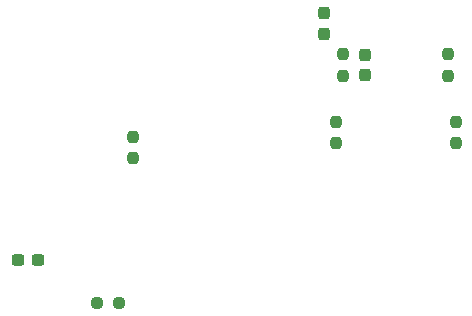
<source format=gbr>
%TF.GenerationSoftware,KiCad,Pcbnew,7.0.10*%
%TF.CreationDate,2025-02-18T11:07:04-08:00*%
%TF.ProjectId,flow-controller,666c6f77-2d63-46f6-9e74-726f6c6c6572,rev?*%
%TF.SameCoordinates,Original*%
%TF.FileFunction,Paste,Bot*%
%TF.FilePolarity,Positive*%
%FSLAX46Y46*%
G04 Gerber Fmt 4.6, Leading zero omitted, Abs format (unit mm)*
G04 Created by KiCad (PCBNEW 7.0.10) date 2025-02-18 11:07:04*
%MOMM*%
%LPD*%
G01*
G04 APERTURE LIST*
G04 Aperture macros list*
%AMRoundRect*
0 Rectangle with rounded corners*
0 $1 Rounding radius*
0 $2 $3 $4 $5 $6 $7 $8 $9 X,Y pos of 4 corners*
0 Add a 4 corners polygon primitive as box body*
4,1,4,$2,$3,$4,$5,$6,$7,$8,$9,$2,$3,0*
0 Add four circle primitives for the rounded corners*
1,1,$1+$1,$2,$3*
1,1,$1+$1,$4,$5*
1,1,$1+$1,$6,$7*
1,1,$1+$1,$8,$9*
0 Add four rect primitives between the rounded corners*
20,1,$1+$1,$2,$3,$4,$5,0*
20,1,$1+$1,$4,$5,$6,$7,0*
20,1,$1+$1,$6,$7,$8,$9,0*
20,1,$1+$1,$8,$9,$2,$3,0*%
G04 Aperture macros list end*
%ADD10RoundRect,0.237500X-0.237500X0.300000X-0.237500X-0.300000X0.237500X-0.300000X0.237500X0.300000X0*%
%ADD11RoundRect,0.237500X-0.237500X0.250000X-0.237500X-0.250000X0.237500X-0.250000X0.237500X0.250000X0*%
%ADD12RoundRect,0.237500X0.237500X-0.250000X0.237500X0.250000X-0.237500X0.250000X-0.237500X-0.250000X0*%
%ADD13RoundRect,0.237500X0.250000X0.237500X-0.250000X0.237500X-0.250000X-0.237500X0.250000X-0.237500X0*%
%ADD14RoundRect,0.237500X0.237500X-0.300000X0.237500X0.300000X-0.237500X0.300000X-0.237500X-0.300000X0*%
%ADD15RoundRect,0.237500X0.300000X0.237500X-0.300000X0.237500X-0.300000X-0.237500X0.300000X-0.237500X0*%
G04 APERTURE END LIST*
D10*
%TO.C,C15*%
X81575000Y-82637500D03*
X81575000Y-84362500D03*
%TD*%
D11*
%TO.C,R3*%
X92075000Y-86082500D03*
X92075000Y-87907500D03*
%TD*%
D12*
%TO.C,R8*%
X65405000Y-94892500D03*
X65405000Y-93067500D03*
%TD*%
D13*
%TO.C,R9*%
X64204357Y-107150000D03*
X62379357Y-107150000D03*
%TD*%
D14*
%TO.C,C12*%
X85071949Y-87875551D03*
X85071949Y-86150551D03*
%TD*%
D12*
%TO.C,R4*%
X92710000Y-93622500D03*
X92710000Y-91797500D03*
%TD*%
D11*
%TO.C,R6*%
X83185000Y-86082500D03*
X83185000Y-87907500D03*
%TD*%
D12*
%TO.C,R5*%
X82550000Y-93622500D03*
X82550000Y-91797500D03*
%TD*%
D15*
%TO.C,C17*%
X57359449Y-103523051D03*
X55634449Y-103523051D03*
%TD*%
M02*

</source>
